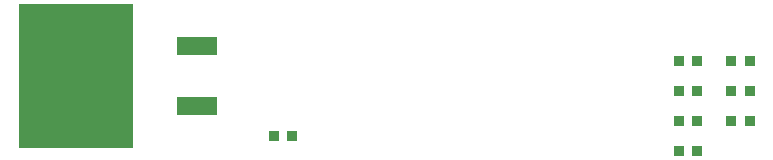
<source format=gbr>
G04*
G04 #@! TF.GenerationSoftware,Altium Limited,Altium Designer,23.2.1 (34)*
G04*
G04 Layer_Color=8421504*
%FSLAX25Y25*%
%MOIN*%
G70*
G04*
G04 #@! TF.SameCoordinates,44C20E60-2C31-4A65-8039-A08327F752B7*
G04*
G04*
G04 #@! TF.FilePolarity,Positive*
G04*
G01*
G75*
%ADD15R,0.38386X0.48031*%
%ADD16R,0.13780X0.06299*%
%ADD17R,0.03504X0.03661*%
D15*
X-119020Y439921D02*
D03*
D16*
X-78567Y449921D02*
D03*
Y429921D02*
D03*
D17*
X81969Y415000D02*
D03*
X88032D02*
D03*
X-53031Y420000D02*
D03*
X-46968D02*
D03*
X105532Y425000D02*
D03*
X99469D02*
D03*
X105532Y445000D02*
D03*
X99469D02*
D03*
X81969Y425000D02*
D03*
X88032D02*
D03*
X81969Y445000D02*
D03*
X88032D02*
D03*
X99469Y435000D02*
D03*
X105532D02*
D03*
X81969D02*
D03*
X88032D02*
D03*
M02*

</source>
